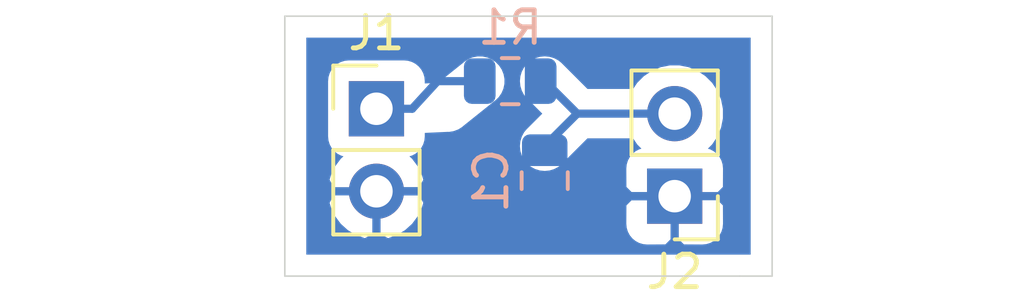
<source format=kicad_pcb>
(kicad_pcb (version 20240108) (generator "pcbnew") (generator_version "8.0")
  (layers (0 "F.Cu" signal) (31 "B.Cu" signal) (34 "B.Paste" user) (35 "F.Paste" user) (36 "B.SilkS" user "B.Silkscreen") (37 "F.SilkS" user "F.Silkscreen") (38 "B.Mask" user) (39 "F.Mask" user) (44 "Edge.Cuts" user))
  (net 0 "")
  (net 1 "GND")
  (net 2 "Net-(C1-Pad1)")
  (net 3 "Net-(J1-Pad1)")
  (footprint "Connector_PinHeader_2.54mm:PinHeader_1x02_P2.54mm_Vertical" (layer "F.Cu") (at 167 77.54 180)
    (property "Reference" "J2" (at 0 -2.33 0) (layer "F.SilkS"))
    (property "Value" "Conn_01x02_Male")
    (fp_line (start 1.33 1.27) (end 1.33 3.87) (stroke (width 0.12)) (layer "F.SilkS"))
    (fp_line (start -1.33 3.87) (end 1.33 3.87) (stroke (width 0.12)) (layer "F.SilkS"))
    (fp_line (start -1.33 1.27) (end 1.33 1.27) (stroke (width 0.12)) (layer "F.SilkS"))
    (fp_line (start -1.33 1.27) (end -1.33 3.87) (stroke (width 0.12)) (layer "F.SilkS"))
    (fp_line (start -1.33 0) (end -1.33 -1.33) (stroke (width 0.12)) (layer "F.SilkS"))
    (fp_line (start -1.33 -1.33) (end 0 -1.33) (stroke (width 0.12)) (layer "F.SilkS"))
    (pad "1" thru_hole rect (at 0 0 180) (size 1.7 1.7) (drill 1) (layers "*.Cu" "*.Mask") (net 1 "GND"))
    (pad "2" thru_hole oval (at 0 2.54 180) (size 1.7 1.7) (drill 1) (layers "*.Cu" "*.Mask") (net 2 "Net-(C1-Pad1)"))
  )
  (footprint "Connector_PinHeader_2.54mm:PinHeader_1x02_P2.54mm_Vertical" (layer "F.Cu") (at 157.82 74.85)
    (property "Reference" "J1" (at 0 -2.33 0) (layer "F.SilkS"))
    (property "Value" "Conn_01x02_Male")
    (fp_line (start -1.33 -1.33) (end 0 -1.33) (stroke (width 0.12)) (layer "F.SilkS"))
    (fp_line (start -1.33 0) (end -1.33 -1.33) (stroke (width 0.12)) (layer "F.SilkS"))
    (fp_line (start -1.33 1.27) (end -1.33 3.87) (stroke (width 0.12)) (layer "F.SilkS"))
    (fp_line (start -1.33 1.27) (end 1.33 1.27) (stroke (width 0.12)) (layer "F.SilkS"))
    (fp_line (start -1.33 3.87) (end 1.33 3.87) (stroke (width 0.12)) (layer "F.SilkS"))
    (fp_line (start 1.33 1.27) (end 1.33 3.87) (stroke (width 0.12)) (layer "F.SilkS"))
    (pad "1" thru_hole rect (at 0 0) (size 1.7 1.7) (drill 1) (layers "*.Cu" "*.Mask") (net 3 "Net-(J1-Pad1)"))
    (pad "2" thru_hole oval (at 0 2.54) (size 1.7 1.7) (drill 1) (layers "*.Cu" "*.Mask") (net 1 "GND"))
  )
  (footprint "Capacitor_SMD:C_0805_2012Metric" (layer "B.Cu") (at 163 77.0625 -90)
    (property "Reference" "C1" (at 0 1.65 -90) (layer "B.SilkS") (effects (justify mirror)))
    (property "Value" "C")
    (fp_line (start -0.258578 0.71) (end 0.258578 0.71) (stroke (width 0.12)) (layer "B.SilkS"))
    (fp_line (start -0.258578 -0.71) (end 0.258578 -0.71) (stroke (width 0.12)) (layer "B.SilkS"))
    (pad "1" smd roundrect (at -0.9375 0 270) (size 0.975 1.4) (layers "B.Cu" "B.Paste" "B.Mask") (net 2 "Net-(C1-Pad1)"))
    (pad "2" smd roundrect (at 0.9375 0 270) (size 0.975 1.4) (layers "B.Cu" "B.Paste" "B.Mask") (net 1 "GND"))
  )
  (footprint "Resistor_SMD:R_0805_2012Metric" (layer "B.Cu") (at 161.9375 74 180)
    (property "Reference" "R1" (at 0 1.65 0) (layer "B.SilkS") (effects (justify mirror)))
    (property "Value" "R")
    (fp_line (start -0.258578 0.71) (end 0.258578 0.71) (stroke (width 0.12)) (layer "B.SilkS"))
    (fp_line (start -0.258578 -0.71) (end 0.258578 -0.71) (stroke (width 0.12)) (layer "B.SilkS"))
    (pad "1" smd roundrect (at -0.9375 0 180) (size 0.975 1.4) (layers "B.Cu" "B.Paste" "B.Mask") (net 2 "Net-(C1-Pad1)"))
    (pad "2" smd roundrect (at 0.9375 0 180) (size 0.975 1.4) (layers "B.Cu" "B.Paste" "B.Mask") (net 3 "Net-(J1-Pad1)"))
  )
  (gr_line (start 170 80) (end 169 80) (stroke (width 0.05)) (layer "Edge.Cuts"))
  (gr_line (start 155 80) (end 155 72) (stroke (width 0.05)) (layer "Edge.Cuts"))
  (gr_line (start 169 80) (end 155 80) (stroke (width 0.05)) (layer "Edge.Cuts"))
  (gr_line (start 170 72) (end 170 80) (stroke (width 0.05)) (layer "Edge.Cuts"))
  (gr_line (start 155 72) (end 170 72) (stroke (width 0.05)) (layer "Edge.Cuts"))
  (segment (start 167 77.54) (end 163.46 77.54) (width 0.25) (layer "B.Cu") (net 1))
  (segment (start 162.39 77.39) (end 163 78) (width 0.25) (layer "B.Cu") (net 1))
  (segment (start 163.46 77.54) (end 163 78) (width 0.25) (layer "B.Cu") (net 1))
  (segment (start 157.82 77.39) (end 162.39 77.39) (width 0.25) (layer "B.Cu") (net 1))
  (segment (start 167 75) (end 164 75) (width 0.25) (layer "B.Cu") (net 2))
  (segment (start 164 75) (end 163 76) (width 0.25) (layer "B.Cu") (net 2))
  (segment (start 164 75) (end 163 74) (width 0.25) (layer "B.Cu") (net 2))
  (segment (start 158.92 74.85) (end 159.7 74) (width 0.25) (layer "B.Cu") (net 3))
  (segment (start 157.82 74.85) (end 158.92 74.85) (width 0.25) (layer "B.Cu") (net 3))
  (segment (start 159.7 74) (end 161 74) (width 0.25) (layer "B.Cu") (net 3))
  (zone (net 1) (net_name "GND") (layer "B.Cu") (connect_pads (clearance 0.508)) (min_thickness 0.254) (fill yes (thermal_gap 0.508) (thermal_bridge_width 0.508))
    (polygon (pts (xy 170 80) (xy 155 80) (xy 155 72) (xy 170 72)))
  )
)
</source>
